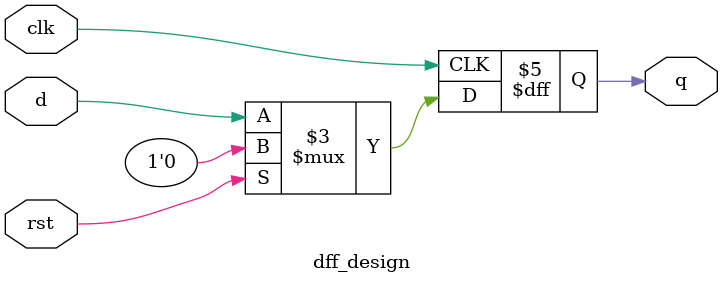
<source format=v>
module dff_design(d,clk,rst,q);
input d,clk,rst;
output reg q;
always @(posedge clk)
	begin
	if(rst) //checks rst
	q<=1'b0;
	else
	q<=d;
end
endmodule
</source>
